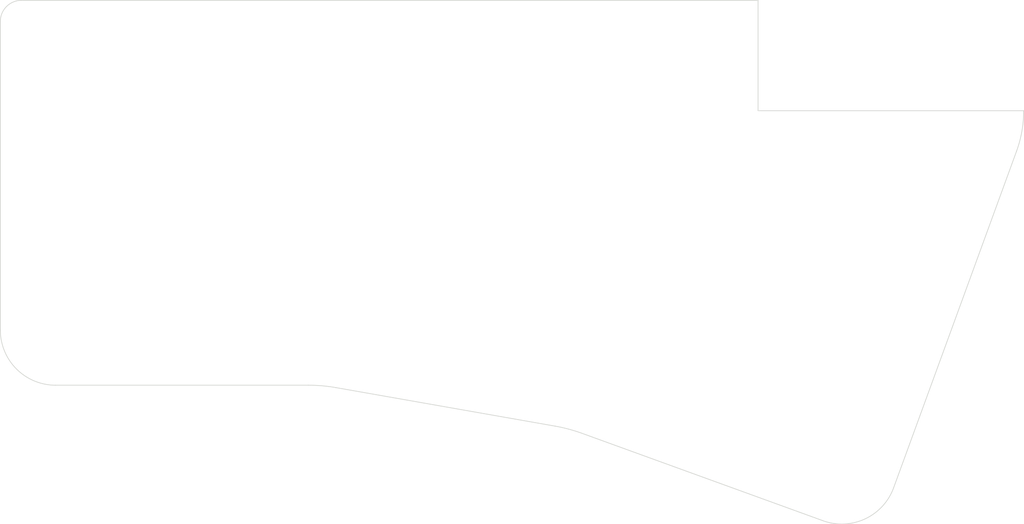
<source format=kicad_pcb>
(kicad_pcb (version 20211014) (generator pcbnew)
  (layers (0 "F.Cu" signal) (31 "B.Cu" signal) (34 "B.Paste" user) (35 "F.Paste" user) (36 "B.SilkS" user "B.Silkscreen") (37 "F.SilkS" user "F.Silkscreen") (38 "B.Mask" user) (39 "F.Mask" user) (44 "Edge.Cuts" user))
  (net 0 "")
  (footprint "plate:MX-Choc-pcb-plate" (layer "F.Cu") (at 85.8075 42.813 -10)
    (fp_text reference "REF**" hide)
    (fp_text value "MX-Choc-pcb-plate")
    (pad "" np_thru_hole oval (at 14.75 9.5 350) (size 3.5 14) (drill oval 3.5 14) (layers F&B.Cu *.Mask))
    (pad "" np_thru_hole oval (at 13 9.5 350) (size 7 14) (drill oval 7 14) (layers F&B.Cu *.Mask))
    (pad "" np_thru_hole oval (at 4.25 9.5 350) (size 3.5 14) (drill oval 3.5 14) (layers F&B.Cu *.Mask))
    (pad "" np_thru_hole oval (at 9.5 3 350) (size 14 1) (drill oval 14 1) (layers F&B.Cu *.Mask))
    (pad "" np_thru_hole oval (at 2.65 9.5 350) (size 0.3 14.2) (drill oval 0.3 14.2) (layers F&B.Cu *.Mask))
    (pad "" np_thru_hole oval (at 9.5 2.65 350) (size 14 0.3) (drill oval 14 0.3) (layers F&B.Cu *.Mask))
    (pad "" np_thru_hole oval (at 16.35 9.5 350) (size 0.3 14.2) (drill oval 0.3 14.2) (layers F&B.Cu *.Mask))
    (pad "" np_thru_hole oval (at 6 9.5 350) (size 7 14) (drill oval 7 14) (layers F&B.Cu *.Mask))
    (pad "" np_thru_hole oval (at 9.5 16 350) (size 14 1) (drill oval 14 1) (layers F&B.Cu *.Mask))
    (pad "" np_thru_hole circle (at 9.5 9.5 350) (size 14 14) (drill 14) (layers F&B.Cu *.Mask))
    (pad "" np_thru_hole oval (at 9.5 16.35 350) (size 14 0.3) (drill oval 14 0.3) (layers F&B.Cu *.Mask))
  )
  (footprint "plate:MX-Choc-pcb-plate" (layer "F.Cu") (at 107.679612 46.974229 -20)
    (fp_text reference "REF**" hide)
    (fp_text value "MX-Choc-pcb-plate")
    (pad "" np_thru_hole oval (at 9.5 16 340) (size 14 1) (drill oval 14 1) (layers F&B.Cu *.Mask))
    (pad "" np_thru_hole oval (at 9.5 2.65 340) (size 14 0.3) (drill oval 14 0.3) (layers F&B.Cu *.Mask))
    (pad "" np_thru_hole oval (at 4.25 9.5 340) (size 3.5 14) (drill oval 3.5 14) (layers F&B.Cu *.Mask))
    (pad "" np_thru_hole oval (at 13 9.5 340) (size 7 14) (drill oval 7 14) (layers F&B.Cu *.Mask))
    (pad "" np_thru_hole oval (at 14.75 9.5 340) (size 3.5 14) (drill oval 3.5 14) (layers F&B.Cu *.Mask))
    (pad "" np_thru_hole oval (at 6 9.5 340) (size 7 14) (drill oval 7 14) (layers F&B.Cu *.Mask))
    (pad "" np_thru_hole oval (at 9.5 16.35 340) (size 14 0.3) (drill oval 14 0.3) (layers F&B.Cu *.Mask))
    (pad "" np_thru_hole circle (at 9.5 9.5 340) (size 14 14) (drill 14) (layers F&B.Cu *.Mask))
    (pad "" np_thru_hole oval (at 16.35 9.5 340) (size 0.3 14.2) (drill oval 0.3 14.2) (layers F&B.Cu *.Mask))
    (pad "" np_thru_hole oval (at 2.65 9.5 340) (size 0.3 14.2) (drill oval 0.3 14.2) (layers F&B.Cu *.Mask))
    (pad "" np_thru_hole oval (at 9.5 3 340) (size 14 1) (drill oval 14 1) (layers F&B.Cu *.Mask))
  )
  (footprint "plate:MX-Choc-pcb-plate" (layer "F.Cu") (at 63.495 42.513)
    (fp_text reference "REF**" hide)
    (fp_text value "MX-Choc-pcb-plate")
    (pad "" np_thru_hole circle (at 9.5 9.5) (size 14 14) (drill 14) (layers F&B.Cu *.Mask))
    (pad "" np_thru_hole oval (at 9.5 16.35) (size 14 0.3) (drill oval 14 0.3) (layers F&B.Cu *.Mask))
    (pad "" np_thru_hole oval (at 14.75 9.5) (size 3.5 14) (drill oval 3.5 14) (layers F&B.Cu *.Mask))
    (pad "" np_thru_hole oval (at 2.65 9.5) (size 0.3 14.2) (drill oval 0.3 14.2) (layers F&B.Cu *.Mask))
    (pad "" np_thru_hole oval (at 9.5 3) (size 14 1) (drill oval 14 1) (layers F&B.Cu *.Mask))
    (pad "" np_thru_hole oval (at 4.25 9.5) (size 3.5 14) (drill oval 3.5 14) (layers F&B.Cu *.Mask))
    (pad "" np_thru_hole oval (at 9.5 16) (size 14 1) (drill oval 14 1) (layers F&B.Cu *.Mask))
    (pad "" np_thru_hole oval (at 13 9.5) (size 7 14) (drill oval 7 14) (layers F&B.Cu *.Mask))
    (pad "" np_thru_hole oval (at 16.35 9.5) (size 0.3 14.2) (drill oval 0.3 14.2) (layers F&B.Cu *.Mask))
    (pad "" np_thru_hole oval (at 6 9.5) (size 7 14) (drill oval 7 14) (layers F&B.Cu *.Mask))
    (pad "" np_thru_hole oval (at 9.5 2.65) (size 14 0.3) (drill oval 14 0.3) (layers F&B.Cu *.Mask))
  )
  (footprint "plate:LED-hole" (layer "F.Cu") (at 105.65 47.975)
    (fp_text reference "REF**" hide)
    (fp_text value "LED-hole")
    (pad "" np_thru_hole circle (at 0 0) (size 3.5 3.5) (drill 3.5) (layers F&B.Cu *.Mask))
  )
  (gr_arc (start 123.42167 74.155446) (mid 121.35336 76.412277) (end 118.2948 76.54034) (layer "Edge.Cuts") (width 0.05))
  (gr_line (start 58.765 40.3397) (end 58.765 62.7357) (layer "Edge.Cuts") (width 0.05))
  (gr_line (start 132.834 46.838) (end 113.6094 46.838) (layer "Edge.Cuts") (width 0.05))
  (gr_arc (start 81.0559 66.726) (mid 82.058148 66.769642) (end 83.0528 66.9003) (layer "Edge.Cuts") (width 0.05))
  (gr_line (start 62.765 66.726) (end 81.0559 66.726) (layer "Edge.Cuts") (width 0.05))
  (gr_line (start 83.0528 66.9003) (end 98.9207 69.6914) (layer "Edge.Cuts") (width 0.05))
  (gr_line (start 100.857 70.209) (end 118.2948 76.54034) (layer "Edge.Cuts") (width 0.05))
  (gr_line (start 113.6094 46.838) (end 113.6094 38.8434) (layer "Edge.Cuts") (width 0.05))
  (gr_line (start 123.4217 74.15548) (end 132.3128 49.7868) (layer "Edge.Cuts") (width 0.05))
  (gr_arc (start 98.920744 69.69142) (mid 99.90004 69.908432) (end 100.857 70.209) (layer "Edge.Cuts") (width 0.05))
  (gr_arc (start 132.83401 46.838) (mid 132.702705 48.335254) (end 132.3128 49.7868) (layer "Edge.Cuts") (width 0.05))
  (gr_arc (start 58.765 40.3397) (mid 59.208623 39.294931) (end 60.25 38.8434) (layer "Edge.Cuts") (width 0.05))
  (gr_arc (start 62.765 66.726) (mid 59.940013 65.557842) (end 58.765 62.7357) (layer "Edge.Cuts") (width 0.05))
  (gr_line (start 113.6094 38.8434) (end 60.25 38.8434) (layer "Edge.Cuts") (width 0.05))
)
</source>
